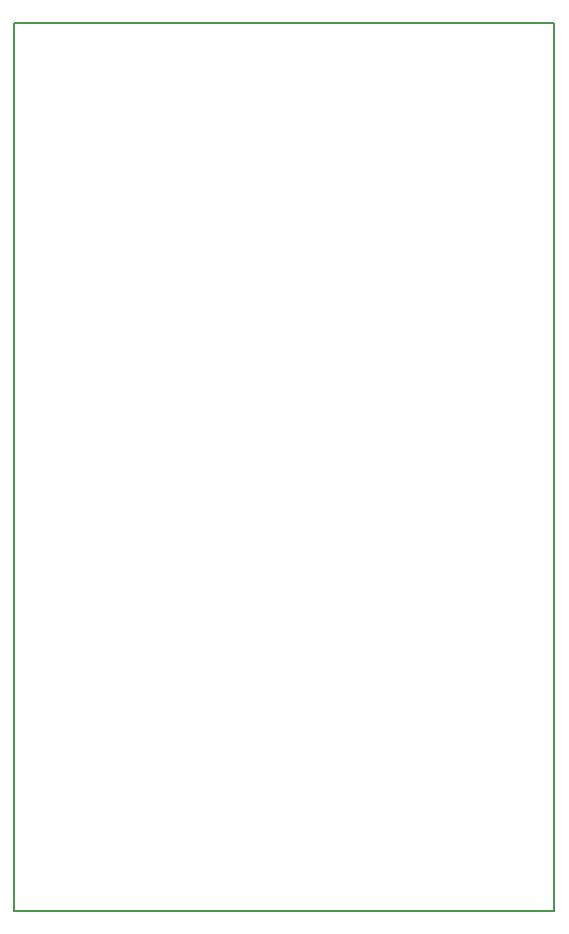
<source format=gbr>
G04 #@! TF.FileFunction,Profile,NP*
%FSLAX46Y46*%
G04 Gerber Fmt 4.6, Leading zero omitted, Abs format (unit mm)*
G04 Created by KiCad (PCBNEW 4.0.7) date 07/23/18 16:16:28*
%MOMM*%
%LPD*%
G01*
G04 APERTURE LIST*
%ADD10C,0.100000*%
%ADD11C,0.150000*%
G04 APERTURE END LIST*
D10*
D11*
X121920000Y-132080000D02*
X121920000Y-56896000D01*
X167640000Y-56896000D02*
X167640000Y-132080000D01*
X121920000Y-56896000D02*
X167640000Y-56896000D01*
X121920000Y-132080000D02*
X167640000Y-132080000D01*
M02*

</source>
